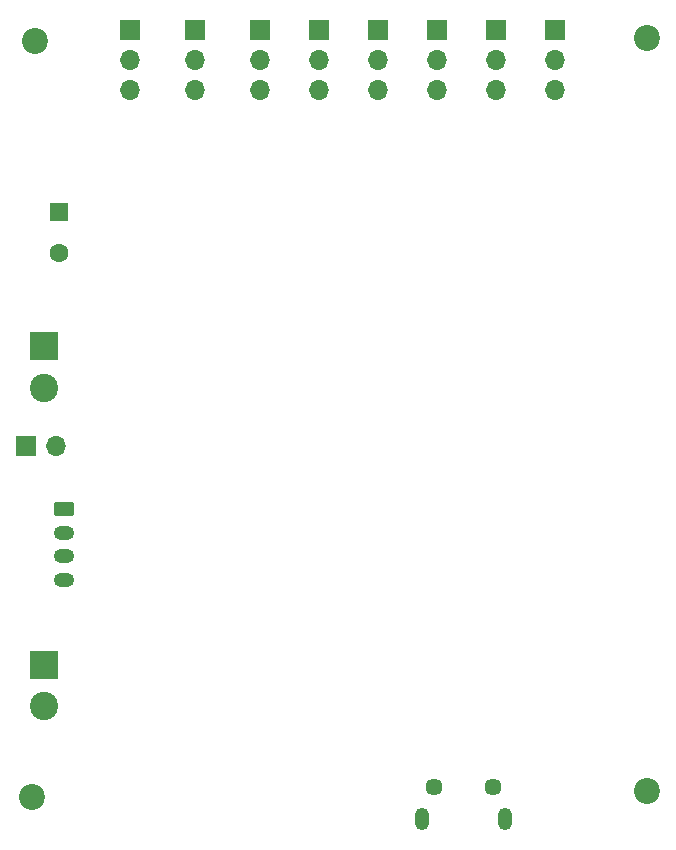
<source format=gbr>
%TF.GenerationSoftware,KiCad,Pcbnew,8.0.4*%
%TF.CreationDate,2024-07-27T14:27:44+01:00*%
%TF.ProjectId,ESP-SPIDER,4553502d-5350-4494-9445-522e6b696361,rev?*%
%TF.SameCoordinates,Original*%
%TF.FileFunction,Soldermask,Bot*%
%TF.FilePolarity,Negative*%
%FSLAX46Y46*%
G04 Gerber Fmt 4.6, Leading zero omitted, Abs format (unit mm)*
G04 Created by KiCad (PCBNEW 8.0.4) date 2024-07-27 14:27:44*
%MOMM*%
%LPD*%
G01*
G04 APERTURE LIST*
G04 Aperture macros list*
%AMRoundRect*
0 Rectangle with rounded corners*
0 $1 Rounding radius*
0 $2 $3 $4 $5 $6 $7 $8 $9 X,Y pos of 4 corners*
0 Add a 4 corners polygon primitive as box body*
4,1,4,$2,$3,$4,$5,$6,$7,$8,$9,$2,$3,0*
0 Add four circle primitives for the rounded corners*
1,1,$1+$1,$2,$3*
1,1,$1+$1,$4,$5*
1,1,$1+$1,$6,$7*
1,1,$1+$1,$8,$9*
0 Add four rect primitives between the rounded corners*
20,1,$1+$1,$2,$3,$4,$5,0*
20,1,$1+$1,$4,$5,$6,$7,0*
20,1,$1+$1,$6,$7,$8,$9,0*
20,1,$1+$1,$8,$9,$2,$3,0*%
G04 Aperture macros list end*
%ADD10R,1.700000X1.700000*%
%ADD11O,1.700000X1.700000*%
%ADD12C,2.200000*%
%ADD13R,2.400000X2.400000*%
%ADD14C,2.400000*%
%ADD15R,1.600000X1.600000*%
%ADD16C,1.600000*%
%ADD17RoundRect,0.250000X-0.625000X0.350000X-0.625000X-0.350000X0.625000X-0.350000X0.625000X0.350000X0*%
%ADD18O,1.750000X1.200000*%
%ADD19O,1.200000X1.900000*%
%ADD20C,1.450000*%
G04 APERTURE END LIST*
D10*
%TO.C,J13*%
X124709000Y-100008000D03*
D11*
X127249000Y-100008000D03*
%TD*%
D12*
%TO.C,H4*%
X125222000Y-129794000D03*
%TD*%
%TO.C,H3*%
X177292000Y-129286000D03*
%TD*%
%TO.C,H2*%
X177292000Y-65532000D03*
%TD*%
%TO.C,H1*%
X125476000Y-65786000D03*
%TD*%
D10*
%TO.C,J9*%
X149504000Y-64838000D03*
D11*
X149504000Y-67378000D03*
X149504000Y-69918000D03*
%TD*%
D10*
%TO.C,J4*%
X133504000Y-64863000D03*
D11*
X133504000Y-67403000D03*
X133504000Y-69943000D03*
%TD*%
D10*
%TO.C,J3*%
X139004000Y-64838000D03*
D11*
X139004000Y-67378000D03*
X139004000Y-69918000D03*
%TD*%
D10*
%TO.C,J5*%
X169504000Y-64813000D03*
D11*
X169504000Y-67353000D03*
X169504000Y-69893000D03*
%TD*%
D13*
%TO.C,J10*%
X126204000Y-91613000D03*
D14*
X126204000Y-95113000D03*
%TD*%
D10*
%TO.C,J8*%
X154504000Y-64838000D03*
D11*
X154504000Y-67378000D03*
X154504000Y-69918000D03*
%TD*%
D13*
%TO.C,J11*%
X126204000Y-118550000D03*
D14*
X126204000Y-122050000D03*
%TD*%
D15*
%TO.C,C11*%
X127504000Y-80210349D03*
D16*
X127504000Y-83710349D03*
%TD*%
D10*
%TO.C,J2*%
X144504000Y-64853000D03*
D11*
X144504000Y-67393000D03*
X144504000Y-69933000D03*
%TD*%
D17*
%TO.C,J12*%
X127954000Y-105390000D03*
D18*
X127954000Y-107390000D03*
X127954000Y-109390000D03*
X127954000Y-111390000D03*
%TD*%
D10*
%TO.C,J7*%
X159504000Y-64853000D03*
D11*
X159504000Y-67393000D03*
X159504000Y-69933000D03*
%TD*%
D19*
%TO.C,J1*%
X158215000Y-131584000D03*
D20*
X159215000Y-128884000D03*
X164215000Y-128884000D03*
D19*
X165215000Y-131584000D03*
%TD*%
D10*
%TO.C,J6*%
X164504000Y-64853000D03*
D11*
X164504000Y-67393000D03*
X164504000Y-69933000D03*
%TD*%
M02*

</source>
